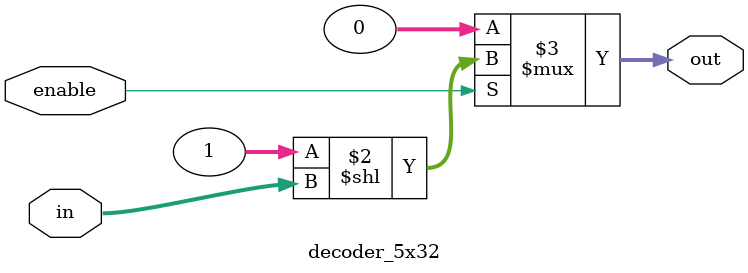
<source format=v>
module decoder_2x4(output reg [3:0]out, input wire [1:0]in, input wire enable);
	always @ (in, enable)
	begin
		out = (enable) ? (4'b0001 << in) : 4'b0000;
	end
endmodule

// 5x32 Decoder
module decoder_5x32(output reg [31:0]out, input wire [4:0]in, input wire enable);
	always @ (in, enable)
	begin
		out = (enable) ? (32'b1 << in) : 32'b0;
	end
endmodule
</source>
